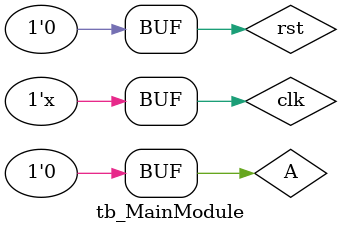
<source format=v>
`timescale 1ns / 1ps

module tb_MainModule;

reg clk,A,rst;
wire C;

// Instantiate the module under test
MainModule uut (
    .clk(clk),
    .rst(rst),
    .A(A),
    .C(C)
);


always begin
    #5 clk = ~clk; 
end


initial begin
    clk = 0;
    A = 0;
    rst=1;
    #10;
    rst=0;
    #17;
    A = 1;
    #19;
    A = 0;
    #13;
    A = 1;
    #20;
    A = 0;
    #10;
    #17;
    A = 1;
    #19;
    A = 0;
    #13;
    A = 1;
    #20;
    A = 0;
    #10;
   
    
end


endmodule

</source>
